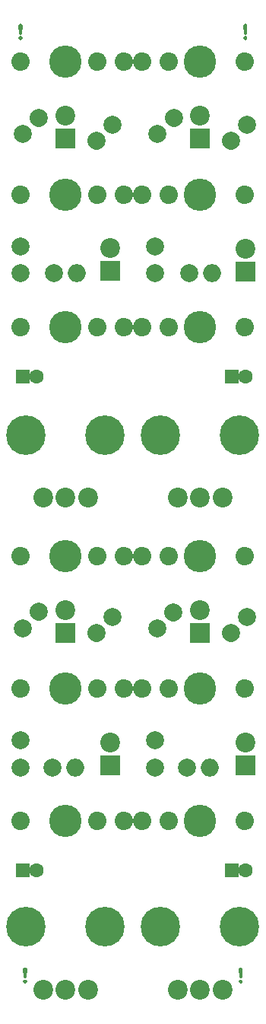
<source format=gbs>
G04 #@! TF.GenerationSoftware,KiCad,Pcbnew,(5.0.0)*
G04 #@! TF.CreationDate,2018-08-12T22:02:32+02:00*
G04 #@! TF.ProjectId,twobytwotone,74776F627974776F746F6E652E6B6963,rev?*
G04 #@! TF.SameCoordinates,Original*
G04 #@! TF.FileFunction,Soldermask,Bot*
G04 #@! TF.FilePolarity,Negative*
%FSLAX46Y46*%
G04 Gerber Fmt 4.6, Leading zero omitted, Abs format (unit mm)*
G04 Created by KiCad (PCBNEW (5.0.0)) date 08/12/18 22:02:32*
%MOMM*%
%LPD*%
G01*
G04 APERTURE LIST*
%ADD10C,0.300000*%
%ADD11C,1.600000*%
%ADD12R,1.600000X1.600000*%
%ADD13C,2.200000*%
%ADD14R,2.200000X2.200000*%
%ADD15C,2.000000*%
%ADD16C,2.000000*%
%ADD17O,2.000000X2.000000*%
%ADD18C,4.400000*%
%ADD19C,3.600000*%
%ADD20C,2.048460*%
G04 APERTURE END LIST*
D10*
X2500000Y-107535714D02*
X2571428Y-107607142D01*
X2500000Y-107678571D01*
X2428571Y-107607142D01*
X2500000Y-107535714D01*
X2500000Y-107678571D01*
X2500000Y-107107142D02*
X2428571Y-106250000D01*
X2500000Y-106178571D01*
X2571428Y-106250000D01*
X2500000Y-107107142D01*
X2500000Y-106178571D01*
X26500000Y-107535714D02*
X26571428Y-107607142D01*
X26500000Y-107678571D01*
X26428571Y-107607142D01*
X26500000Y-107535714D01*
X26500000Y-107678571D01*
X26500000Y-107107142D02*
X26428571Y-106250000D01*
X26500000Y-106178571D01*
X26571428Y-106250000D01*
X26500000Y-107107142D01*
X26500000Y-106178571D01*
X27000000Y-2535714D02*
X27071428Y-2607142D01*
X27000000Y-2678571D01*
X26928571Y-2607142D01*
X27000000Y-2535714D01*
X27000000Y-2678571D01*
X27000000Y-2107142D02*
X26928571Y-1250000D01*
X27000000Y-1178571D01*
X27071428Y-1250000D01*
X27000000Y-2107142D01*
X27000000Y-1178571D01*
X2000000Y-2535714D02*
X2071428Y-2607142D01*
X2000000Y-2678571D01*
X1928571Y-2607142D01*
X2000000Y-2535714D01*
X2000000Y-2678571D01*
X2000000Y-2107142D02*
X1928571Y-1250000D01*
X2000000Y-1178571D01*
X2071428Y-1250000D01*
X2000000Y-2107142D01*
X2000000Y-1178571D01*
D11*
G04 #@! TO.C,C1*
X3750000Y-40250000D03*
D12*
X2250000Y-40250000D03*
G04 #@! TD*
G04 #@! TO.C,C3*
X2250000Y-95250000D03*
D11*
X3750000Y-95250000D03*
G04 #@! TD*
D13*
G04 #@! TO.C,D12*
X12000000Y-25960000D03*
D14*
X12000000Y-28500000D03*
G04 #@! TD*
G04 #@! TO.C,D32*
X12000000Y-83540000D03*
D13*
X12000000Y-81000000D03*
G04 #@! TD*
D15*
G04 #@! TO.C,R_VAC_1*
X12250000Y-12250000D03*
X10453949Y-14046051D03*
D16*
X10453949Y-14046051D02*
X10453949Y-14046051D01*
G04 #@! TD*
D15*
G04 #@! TO.C,R_LED_1*
X4046051Y-11453949D03*
D16*
X4046051Y-11453949D02*
X4046051Y-11453949D01*
D15*
X2250000Y-13250000D03*
G04 #@! TD*
G04 #@! TO.C,R_VAC_3*
X12250000Y-67000000D03*
X10453949Y-68796051D03*
D16*
X10453949Y-68796051D02*
X10453949Y-68796051D01*
G04 #@! TD*
D15*
G04 #@! TO.C,R_LED_3*
X4046051Y-66453949D03*
D16*
X4046051Y-66453949D02*
X4046051Y-66453949D01*
D15*
X2250000Y-68250000D03*
G04 #@! TD*
G04 #@! TO.C,VAC-PHOTO1*
X2000000Y-25750000D03*
X2000000Y-28750000D03*
G04 #@! TD*
G04 #@! TO.C,VAC-PHOTO3*
X2000000Y-83750000D03*
X2000000Y-80750000D03*
G04 #@! TD*
D12*
G04 #@! TO.C,C2*
X25500000Y-40250000D03*
D11*
X27000000Y-40250000D03*
G04 #@! TD*
G04 #@! TO.C,C4*
X27000000Y-95250000D03*
D12*
X25500000Y-95250000D03*
G04 #@! TD*
D13*
G04 #@! TO.C,D11*
X7000000Y-11250000D03*
D14*
X7000000Y-13790000D03*
G04 #@! TD*
G04 #@! TO.C,D21*
X22000000Y-13750000D03*
D13*
X22000000Y-11210000D03*
G04 #@! TD*
D14*
G04 #@! TO.C,D22*
X27000000Y-28540000D03*
D13*
X27000000Y-26000000D03*
G04 #@! TD*
G04 #@! TO.C,D31*
X7000000Y-66250000D03*
D14*
X7000000Y-68790000D03*
G04 #@! TD*
G04 #@! TO.C,D41*
X22000000Y-68790000D03*
D13*
X22000000Y-66250000D03*
G04 #@! TD*
G04 #@! TO.C,D42*
X27000000Y-80960000D03*
D14*
X27000000Y-83500000D03*
G04 #@! TD*
D15*
G04 #@! TO.C,R_LED_2*
X19046051Y-11453949D03*
D16*
X19046051Y-11453949D02*
X19046051Y-11453949D01*
D15*
X17250000Y-13250000D03*
G04 #@! TD*
G04 #@! TO.C,R_LED_4*
X19000000Y-66500000D03*
D16*
X19000000Y-66500000D02*
X19000000Y-66500000D01*
D15*
X17203949Y-68296051D03*
G04 #@! TD*
D17*
G04 #@! TO.C,R_OUT_1*
X8250000Y-28750000D03*
D15*
X5710000Y-28750000D03*
G04 #@! TD*
G04 #@! TO.C,R_OUT_2*
X20750000Y-28750000D03*
D17*
X23290000Y-28750000D03*
G04 #@! TD*
D15*
G04 #@! TO.C,R_OUT_3*
X5500000Y-83750000D03*
D17*
X8040000Y-83750000D03*
G04 #@! TD*
G04 #@! TO.C,R_OUT_4*
X23040000Y-83750000D03*
D15*
X20500000Y-83750000D03*
G04 #@! TD*
G04 #@! TO.C,R_VAC_2*
X27250000Y-12250000D03*
X25453949Y-14046051D03*
D16*
X25453949Y-14046051D02*
X25453949Y-14046051D01*
G04 #@! TD*
D15*
G04 #@! TO.C,R_VAC_4*
X27250000Y-67000000D03*
X25453949Y-68796051D03*
D16*
X25453949Y-68796051D02*
X25453949Y-68796051D01*
G04 #@! TD*
D18*
G04 #@! TO.C,RV1*
X11400000Y-46750000D03*
X2600000Y-46750000D03*
D13*
X9500000Y-53750000D03*
X7000000Y-53750000D03*
X4500000Y-53750000D03*
G04 #@! TD*
G04 #@! TO.C,RV2*
X19500000Y-53750000D03*
X22000000Y-53750000D03*
X24500000Y-53750000D03*
D18*
X17600000Y-46750000D03*
X26400000Y-46750000D03*
G04 #@! TD*
G04 #@! TO.C,RV3*
X11400000Y-101500000D03*
X2600000Y-101500000D03*
D13*
X9500000Y-108500000D03*
X7000000Y-108500000D03*
X4500000Y-108500000D03*
G04 #@! TD*
G04 #@! TO.C,RV4*
X19500000Y-108500000D03*
X22000000Y-108500000D03*
X24500000Y-108500000D03*
D18*
X17600000Y-101500000D03*
X26400000Y-101500000D03*
G04 #@! TD*
D15*
G04 #@! TO.C,VAC-PHOTO2*
X17000000Y-28750000D03*
X17000000Y-25750000D03*
G04 #@! TD*
G04 #@! TO.C,VAC-PHOTO4*
X17000000Y-80750000D03*
X17000000Y-83750000D03*
G04 #@! TD*
D19*
G04 #@! TO.C,J_CV_1*
X7000000Y-5250000D03*
D20*
X13499860Y-5250000D03*
X10497580Y-5250000D03*
X2001280Y-5250000D03*
G04 #@! TD*
D19*
G04 #@! TO.C,J_CV_2*
X22000000Y-5250000D03*
D20*
X15500140Y-5250000D03*
X18502420Y-5250000D03*
X26998720Y-5250000D03*
G04 #@! TD*
D19*
G04 #@! TO.C,J_CV_3*
X7000000Y-60250000D03*
D20*
X13499860Y-60250000D03*
X10497580Y-60250000D03*
X2001280Y-60250000D03*
G04 #@! TD*
G04 #@! TO.C,J_CV_4*
X26998720Y-60250000D03*
X18502420Y-60250000D03*
X15500140Y-60250000D03*
D19*
X22000000Y-60250000D03*
G04 #@! TD*
D20*
G04 #@! TO.C,J_IN_1*
X2001280Y-20000000D03*
X10497580Y-20000000D03*
X13499860Y-20000000D03*
D19*
X7000000Y-20000000D03*
G04 #@! TD*
G04 #@! TO.C,J_IN_2*
X22000000Y-20000000D03*
D20*
X15500140Y-20000000D03*
X18502420Y-20000000D03*
X26998720Y-20000000D03*
G04 #@! TD*
G04 #@! TO.C,J_IN_3*
X2001280Y-75000000D03*
X10497580Y-75000000D03*
X13499860Y-75000000D03*
D19*
X7000000Y-75000000D03*
G04 #@! TD*
D20*
G04 #@! TO.C,J_IN_4*
X26998720Y-75000000D03*
X18502420Y-75000000D03*
X15500140Y-75000000D03*
D19*
X22000000Y-75000000D03*
G04 #@! TD*
D20*
G04 #@! TO.C,J_OUT_1*
X2001280Y-34750000D03*
X10497580Y-34750000D03*
X13499860Y-34750000D03*
D19*
X7000000Y-34750000D03*
G04 #@! TD*
D20*
G04 #@! TO.C,J_OUT_2*
X26998720Y-34750000D03*
X18502420Y-34750000D03*
X15500140Y-34750000D03*
D19*
X22000000Y-34750000D03*
G04 #@! TD*
G04 #@! TO.C,J_OUT_3*
X7000000Y-89750000D03*
D20*
X13499860Y-89750000D03*
X10497580Y-89750000D03*
X2001280Y-89750000D03*
G04 #@! TD*
D19*
G04 #@! TO.C,J_OUT_4*
X22000000Y-89750000D03*
D20*
X15500140Y-89750000D03*
X18502420Y-89750000D03*
X26998720Y-89750000D03*
G04 #@! TD*
M02*

</source>
